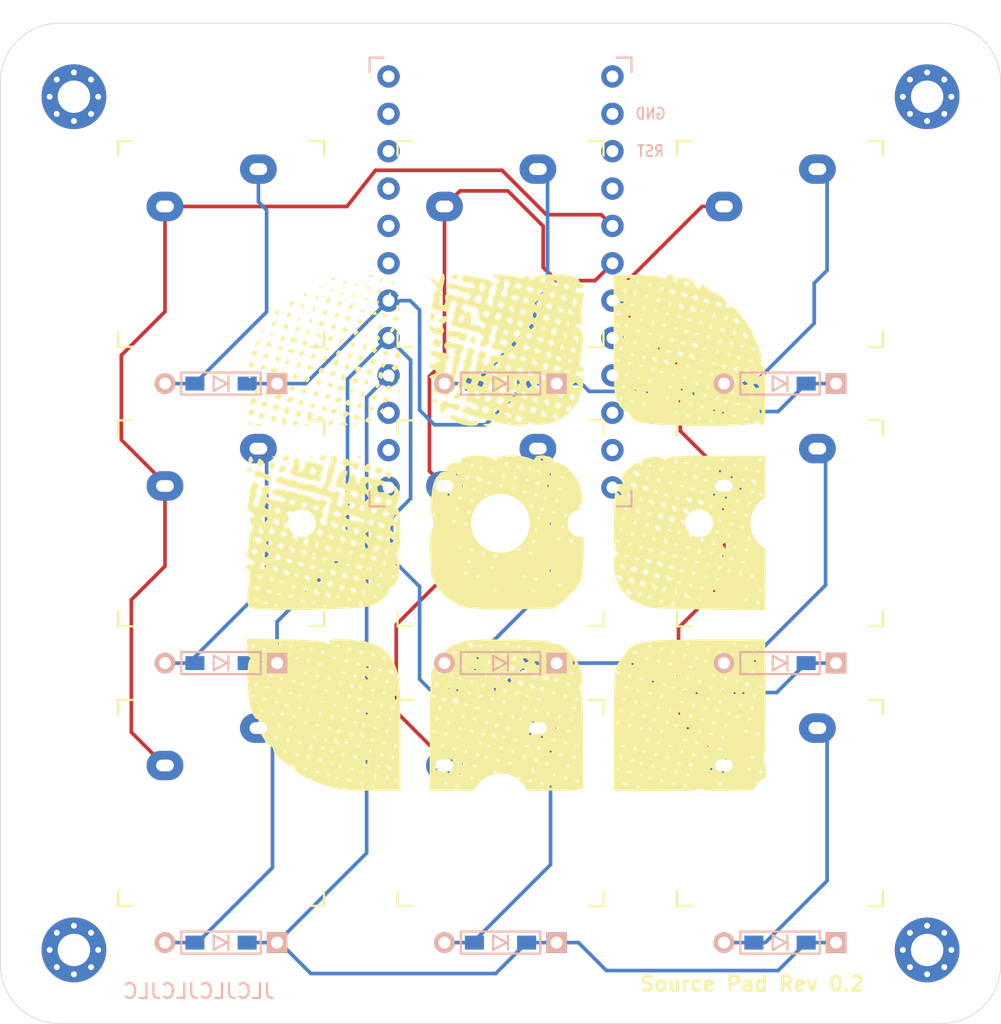
<source format=kicad_pcb>
(kicad_pcb (version 20171130) (host pcbnew 5.1.6-1.fc32)
  (layers (0 F.Cu signal) (31 B.Cu signal) (34 B.Paste user) (35 F.Paste user) (36 B.SilkS user) (37 F.SilkS user) (38 B.Mask user) (39 F.Mask user) (44 Edge.Cuts user))
  (net 0 "")
  (net 1 "Net-(D1-Pad2)")
  (net 2 row0)
  (net 3 "Net-(D2-Pad2)")
  (net 4 row1)
  (net 5 row2)
  (net 6 "Net-(D3-Pad2)")
  (net 7 "Net-(D4-Pad2)")
  (net 8 "Net-(D5-Pad2)")
  (net 9 "Net-(D6-Pad2)")
  (net 10 "Net-(D7-Pad2)")
  (net 11 "Net-(D8-Pad2)")
  (net 12 "Net-(D9-Pad2)")
  (net 13 col0)
  (net 14 col1)
  (net 15 col2)
  (net 16 "Net-(U1-Pad1)")
  (net 17 "Net-(U1-Pad2)")
  (net 18 "Net-(U1-Pad3)")
  (net 19 "Net-(U1-Pad4)")
  (net 20 "Net-(U1-Pad5)")
  (net 21 "Net-(U1-Pad6)")
  (net 22 "Net-(U1-Pad10)")
  (net 23 "Net-(U1-Pad11)")
  (net 24 "Net-(U1-Pad12)")
  (net 25 "Net-(U1-Pad13)")
  (net 26 "Net-(U1-Pad14)")
  (net 27 "Net-(U1-Pad15)")
  (net 28 "Net-(U1-Pad16)")
  (net 29 "Net-(U1-Pad17)")
  (net 30 "Net-(U1-Pad21)")
  (net 31 "Net-(U1-Pad22)")
  (net 32 "Net-(U1-Pad23)")
  (net 33 "Net-(U1-Pad24)")
  (module kbd:source_logo_small (layer F.Cu) (at 119.53125 119.53125)
    (fp_text reference G*** hide)
    (fp_text value LOGO hide)
  )
  (module MountingHole:MountingHole_2.2mm_M2_Pad_Via (layer F.Cu) (at 90 148)
    (fp_text reference REF** hide)
    (fp_text value MountingHole_2.2mm_M2_Pad_Via hide)
    (pad 1 thru_hole circle (at 1.166726 -1.166726) (size 0.7 0.7) (drill 0.4) (layers *.Cu *.Mask))
    (pad 1 thru_hole circle (at 0 -1.65) (size 0.7 0.7) (drill 0.4) (layers *.Cu *.Mask))
    (pad 1 thru_hole circle (at -1.166726 -1.166726) (size 0.7 0.7) (drill 0.4) (layers *.Cu *.Mask))
    (pad 1 thru_hole circle (at -1.65 0) (size 0.7 0.7) (drill 0.4) (layers *.Cu *.Mask))
    (pad 1 thru_hole circle (at -1.166726 1.166726) (size 0.7 0.7) (drill 0.4) (layers *.Cu *.Mask))
    (pad 1 thru_hole circle (at 0 1.65) (size 0.7 0.7) (drill 0.4) (layers *.Cu *.Mask))
    (pad 1 thru_hole circle (at 1.166726 1.166726) (size 0.7 0.7) (drill 0.4) (layers *.Cu *.Mask))
    (pad 1 thru_hole circle (at 1.65 0) (size 0.7 0.7) (drill 0.4) (layers *.Cu *.Mask))
    (pad 1 thru_hole circle (at 0 0) (size 4.4 4.4) (drill 2.2) (layers *.Cu *.Mask))
  )
  (module MountingHole:MountingHole_2.2mm_M2_Pad_Via (layer F.Cu) (at 148 148)
    (fp_text reference REF** hide)
    (fp_text value MountingHole_2.2mm_M2_Pad_Via hide)
    (pad 1 thru_hole circle (at 1.166726 -1.166726) (size 0.7 0.7) (drill 0.4) (layers *.Cu *.Mask))
    (pad 1 thru_hole circle (at 0 -1.65) (size 0.7 0.7) (drill 0.4) (layers *.Cu *.Mask))
    (pad 1 thru_hole circle (at -1.166726 -1.166726) (size 0.7 0.7) (drill 0.4) (layers *.Cu *.Mask))
    (pad 1 thru_hole circle (at -1.65 0) (size 0.7 0.7) (drill 0.4) (layers *.Cu *.Mask))
    (pad 1 thru_hole circle (at -1.166726 1.166726) (size 0.7 0.7) (drill 0.4) (layers *.Cu *.Mask))
    (pad 1 thru_hole circle (at 0 1.65) (size 0.7 0.7) (drill 0.4) (layers *.Cu *.Mask))
    (pad 1 thru_hole circle (at 1.166726 1.166726) (size 0.7 0.7) (drill 0.4) (layers *.Cu *.Mask))
    (pad 1 thru_hole circle (at 1.65 0) (size 0.7 0.7) (drill 0.4) (layers *.Cu *.Mask))
    (pad 1 thru_hole circle (at 0 0) (size 4.4 4.4) (drill 2.2) (layers *.Cu *.Mask))
  )
  (module MountingHole:MountingHole_2.2mm_M2_Pad_Via (layer F.Cu) (at 148 90)
    (fp_text reference REF** hide)
    (fp_text value MountingHole_2.2mm_M2_Pad_Via hide)
    (pad 1 thru_hole circle (at 1.166726 -1.166726) (size 0.7 0.7) (drill 0.4) (layers *.Cu *.Mask))
    (pad 1 thru_hole circle (at 0 -1.65) (size 0.7 0.7) (drill 0.4) (layers *.Cu *.Mask))
    (pad 1 thru_hole circle (at -1.166726 -1.166726) (size 0.7 0.7) (drill 0.4) (layers *.Cu *.Mask))
    (pad 1 thru_hole circle (at -1.65 0) (size 0.7 0.7) (drill 0.4) (layers *.Cu *.Mask))
    (pad 1 thru_hole circle (at -1.166726 1.166726) (size 0.7 0.7) (drill 0.4) (layers *.Cu *.Mask))
    (pad 1 thru_hole circle (at 0 1.65) (size 0.7 0.7) (drill 0.4) (layers *.Cu *.Mask))
    (pad 1 thru_hole circle (at 1.166726 1.166726) (size 0.7 0.7) (drill 0.4) (layers *.Cu *.Mask))
    (pad 1 thru_hole circle (at 1.65 0) (size 0.7 0.7) (drill 0.4) (layers *.Cu *.Mask))
    (pad 1 thru_hole circle (at 0 0) (size 4.4 4.4) (drill 2.2) (layers *.Cu *.Mask))
  )
  (module MountingHole:MountingHole_2.2mm_M2_Pad_Via (layer F.Cu) (at 90 90)
    (fp_text reference REF** hide)
    (fp_text value MountingHole_2.2mm_M2_Pad_Via hide)
    (pad 1 thru_hole circle (at 1.166726 -1.166726) (size 0.7 0.7) (drill 0.4) (layers *.Cu *.Mask))
    (pad 1 thru_hole circle (at 0 -1.65) (size 0.7 0.7) (drill 0.4) (layers *.Cu *.Mask))
    (pad 1 thru_hole circle (at -1.166726 -1.166726) (size 0.7 0.7) (drill 0.4) (layers *.Cu *.Mask))
    (pad 1 thru_hole circle (at -1.65 0) (size 0.7 0.7) (drill 0.4) (layers *.Cu *.Mask))
    (pad 1 thru_hole circle (at -1.166726 1.166726) (size 0.7 0.7) (drill 0.4) (layers *.Cu *.Mask))
    (pad 1 thru_hole circle (at 0 1.65) (size 0.7 0.7) (drill 0.4) (layers *.Cu *.Mask))
    (pad 1 thru_hole circle (at 1.166726 1.166726) (size 0.7 0.7) (drill 0.4) (layers *.Cu *.Mask))
    (pad 1 thru_hole circle (at 1.65 0) (size 0.7 0.7) (drill 0.4) (layers *.Cu *.Mask))
    (pad 1 thru_hole circle (at 0 0) (size 4.4 4.4) (drill 2.2) (layers *.Cu *.Mask))
  )
  (module kbd:D3_TH_SMD_SINGLE_SIDE (layer B.Cu) (at 100 109.5 180)
    (fp_text reference D1 hide)
    (fp_text value 1N4148W hide)
    (pad 2 smd rect (at 1.775 0 180) (size 1.3 0.95) (layers B.Cu B.Paste B.Mask) (net 1 "Net-(D1-Pad2)"))
    (pad 2 thru_hole circle (at 3.81 0 180) (size 1.397 1.397) (drill 0.8128) (layers *.Cu *.Mask B.SilkS) (net 1 "Net-(D1-Pad2)"))
    (pad 1 thru_hole rect (at -3.81 0 180) (size 1.397 1.397) (drill 0.8128) (layers *.Cu *.Mask B.SilkS) (net 2 row0))
    (pad 1 smd rect (at -1.775 0 180) (size 1.3 0.95) (layers B.Cu B.Paste B.Mask) (net 2 row0))
  )
  (module kbd:D3_TH_SMD_SINGLE_SIDE (layer B.Cu) (at 100 128.5 180)
    (fp_text reference D2 hide)
    (fp_text value 1N4148W hide)
    (pad 2 smd rect (at 1.775 0 180) (size 1.3 0.95) (layers B.Cu B.Paste B.Mask) (net 3 "Net-(D2-Pad2)"))
    (pad 2 thru_hole circle (at 3.81 0 180) (size 1.397 1.397) (drill 0.8128) (layers *.Cu *.Mask B.SilkS) (net 3 "Net-(D2-Pad2)"))
    (pad 1 thru_hole rect (at -3.81 0 180) (size 1.397 1.397) (drill 0.8128) (layers *.Cu *.Mask B.SilkS) (net 4 row1))
    (pad 1 smd rect (at -1.775 0 180) (size 1.3 0.95) (layers B.Cu B.Paste B.Mask) (net 4 row1))
  )
  (module kbd:D3_TH_SMD_SINGLE_SIDE (layer B.Cu) (at 100 147.5 180)
    (fp_text reference D3 hide)
    (fp_text value 1N4148W hide)
    (pad 1 smd rect (at -1.775 0 180) (size 1.3 0.95) (layers B.Cu B.Paste B.Mask) (net 5 row2))
    (pad 1 thru_hole rect (at -3.81 0 180) (size 1.397 1.397) (drill 0.8128) (layers *.Cu *.Mask B.SilkS) (net 5 row2))
    (pad 2 thru_hole circle (at 3.81 0 180) (size 1.397 1.397) (drill 0.8128) (layers *.Cu *.Mask B.SilkS) (net 6 "Net-(D3-Pad2)"))
    (pad 2 smd rect (at 1.775 0 180) (size 1.3 0.95) (layers B.Cu B.Paste B.Mask) (net 6 "Net-(D3-Pad2)"))
  )
  (module kbd:D3_TH_SMD_SINGLE_SIDE (layer B.Cu) (at 119 109.5 180)
    (fp_text reference D4 hide)
    (fp_text value 1N4148W hide)
    (pad 1 smd rect (at -1.775 0 180) (size 1.3 0.95) (layers B.Cu B.Paste B.Mask) (net 2 row0))
    (pad 1 thru_hole rect (at -3.81 0 180) (size 1.397 1.397) (drill 0.8128) (layers *.Cu *.Mask B.SilkS) (net 2 row0))
    (pad 2 thru_hole circle (at 3.81 0 180) (size 1.397 1.397) (drill 0.8128) (layers *.Cu *.Mask B.SilkS) (net 7 "Net-(D4-Pad2)"))
    (pad 2 smd rect (at 1.775 0 180) (size 1.3 0.95) (layers B.Cu B.Paste B.Mask) (net 7 "Net-(D4-Pad2)"))
  )
  (module kbd:D3_TH_SMD_SINGLE_SIDE (layer B.Cu) (at 119 128.5 180)
    (fp_text reference D5 hide)
    (fp_text value 1N4148W hide)
    (pad 1 smd rect (at -1.775 0 180) (size 1.3 0.95) (layers B.Cu B.Paste B.Mask) (net 4 row1))
    (pad 1 thru_hole rect (at -3.81 0 180) (size 1.397 1.397) (drill 0.8128) (layers *.Cu *.Mask B.SilkS) (net 4 row1))
    (pad 2 thru_hole circle (at 3.81 0 180) (size 1.397 1.397) (drill 0.8128) (layers *.Cu *.Mask B.SilkS) (net 8 "Net-(D5-Pad2)"))
    (pad 2 smd rect (at 1.775 0 180) (size 1.3 0.95) (layers B.Cu B.Paste B.Mask) (net 8 "Net-(D5-Pad2)"))
  )
  (module kbd:D3_TH_SMD_SINGLE_SIDE (layer B.Cu) (at 119 147.5 180)
    (fp_text reference D6 hide)
    (fp_text value 1N4148W hide)
    (pad 2 smd rect (at 1.775 0 180) (size 1.3 0.95) (layers B.Cu B.Paste B.Mask) (net 9 "Net-(D6-Pad2)"))
    (pad 2 thru_hole circle (at 3.81 0 180) (size 1.397 1.397) (drill 0.8128) (layers *.Cu *.Mask B.SilkS) (net 9 "Net-(D6-Pad2)"))
    (pad 1 thru_hole rect (at -3.81 0 180) (size 1.397 1.397) (drill 0.8128) (layers *.Cu *.Mask B.SilkS) (net 5 row2))
    (pad 1 smd rect (at -1.775 0 180) (size 1.3 0.95) (layers B.Cu B.Paste B.Mask) (net 5 row2))
  )
  (module kbd:D3_TH_SMD_SINGLE_SIDE (layer B.Cu) (at 138 109.5 180)
    (fp_text reference D7 hide)
    (fp_text value 1N4148W hide)
    (pad 2 smd rect (at 1.775 0 180) (size 1.3 0.95) (layers B.Cu B.Paste B.Mask) (net 10 "Net-(D7-Pad2)"))
    (pad 2 thru_hole circle (at 3.81 0 180) (size 1.397 1.397) (drill 0.8128) (layers *.Cu *.Mask B.SilkS) (net 10 "Net-(D7-Pad2)"))
    (pad 1 thru_hole rect (at -3.81 0 180) (size 1.397 1.397) (drill 0.8128) (layers *.Cu *.Mask B.SilkS) (net 2 row0))
    (pad 1 smd rect (at -1.775 0 180) (size 1.3 0.95) (layers B.Cu B.Paste B.Mask) (net 2 row0))
  )
  (module kbd:D3_TH_SMD_SINGLE_SIDE (layer B.Cu) (at 138 128.5 180)
    (fp_text reference D8 hide)
    (fp_text value 1N4148W hide)
    (pad 1 smd rect (at -1.775 0 180) (size 1.3 0.95) (layers B.Cu B.Paste B.Mask) (net 4 row1))
    (pad 1 thru_hole rect (at -3.81 0 180) (size 1.397 1.397) (drill 0.8128) (layers *.Cu *.Mask B.SilkS) (net 4 row1))
    (pad 2 thru_hole circle (at 3.81 0 180) (size 1.397 1.397) (drill 0.8128) (layers *.Cu *.Mask B.SilkS) (net 11 "Net-(D8-Pad2)"))
    (pad 2 smd rect (at 1.775 0 180) (size 1.3 0.95) (layers B.Cu B.Paste B.Mask) (net 11 "Net-(D8-Pad2)"))
  )
  (module kbd:D3_TH_SMD_SINGLE_SIDE (layer B.Cu) (at 138 147.5 180)
    (fp_text reference D9 hide)
    (fp_text value 1N4148W hide)
    (pad 1 smd rect (at -1.775 0 180) (size 1.3 0.95) (layers B.Cu B.Paste B.Mask) (net 5 row2))
    (pad 1 thru_hole rect (at -3.81 0 180) (size 1.397 1.397) (drill 0.8128) (layers *.Cu *.Mask B.SilkS) (net 5 row2))
    (pad 2 thru_hole circle (at 3.81 0 180) (size 1.397 1.397) (drill 0.8128) (layers *.Cu *.Mask B.SilkS) (net 12 "Net-(D9-Pad2)"))
    (pad 2 smd rect (at 1.775 0 180) (size 1.3 0.95) (layers B.Cu B.Paste B.Mask) (net 12 "Net-(D9-Pad2)"))
  )
  (module kbd:ProMicro_v3.5_fix (layer B.Cu) (at 119 103.1 180)
    (fp_text reference U1 hide)
    (fp_text value ProMicro-kbd hide)
    (fp_text user RST (at -10.195 9.4 unlocked) (layer B.SilkS) (effects (font (size 0.75 0.67) (thickness 0.125)) (justify mirror)))
    (fp_text user GND (at -10.195 11.95 unlocked) (layer B.SilkS) (effects (font (size 0.75 0.67) (thickness 0.125)) (justify mirror)))
    (fp_text user "" (at -0.545 17.4) (layer B.SilkS) (effects (justify mirror)))
    (fp_text user "" (at -1.2515 16.256) (layer F.SilkS))
    (pad 1 thru_hole circle (at 7.6114 14.478 180) (size 1.524 1.524) (drill 0.8128) (layers *.Cu *.Mask) (net 16 "Net-(U1-Pad1)"))
    (pad 2 thru_hole circle (at 7.6114 11.938 180) (size 1.524 1.524) (drill 0.8128) (layers *.Cu *.Mask) (net 17 "Net-(U1-Pad2)"))
    (pad 3 thru_hole circle (at 7.6114 9.398 180) (size 1.524 1.524) (drill 0.8128) (layers *.Cu *.Mask) (net 18 "Net-(U1-Pad3)"))
    (pad 4 thru_hole circle (at 7.6114 6.858 180) (size 1.524 1.524) (drill 0.8128) (layers *.Cu *.Mask) (net 19 "Net-(U1-Pad4)"))
    (pad 5 thru_hole circle (at 7.6114 4.318 180) (size 1.524 1.524) (drill 0.8128) (layers *.Cu *.Mask) (net 20 "Net-(U1-Pad5)"))
    (pad 6 thru_hole circle (at 7.6114 1.778 180) (size 1.524 1.524) (drill 0.8128) (layers *.Cu *.Mask) (net 21 "Net-(U1-Pad6)"))
    (pad 7 thru_hole circle (at 7.6114 -0.762 180) (size 1.524 1.524) (drill 0.8128) (layers *.Cu *.Mask) (net 2 row0))
    (pad 8 thru_hole circle (at 7.6114 -3.302 180) (size 1.524 1.524) (drill 0.8128) (layers *.Cu *.Mask) (net 4 row1))
    (pad 9 thru_hole circle (at 7.6114 -5.842 180) (size 1.524 1.524) (drill 0.8128) (layers *.Cu *.Mask) (net 5 row2))
    (pad 10 thru_hole circle (at 7.6114 -8.382 180) (size 1.524 1.524) (drill 0.8128) (layers *.Cu *.Mask) (net 22 "Net-(U1-Pad10)"))
    (pad 11 thru_hole circle (at 7.6114 -10.922 180) (size 1.524 1.524) (drill 0.8128) (layers *.Cu *.Mask) (net 23 "Net-(U1-Pad11)"))
    (pad 12 thru_hole circle (at 7.6114 -13.462 180) (size 1.524 1.524) (drill 0.8128) (layers *.Cu *.Mask) (net 24 "Net-(U1-Pad12)"))
    (pad 13 thru_hole circle (at -7.6086 -13.462 180) (size 1.524 1.524) (drill 0.8128) (layers *.Cu *.Mask) (net 25 "Net-(U1-Pad13)"))
    (pad 14 thru_hole circle (at -7.6086 -10.922 180) (size 1.524 1.524) (drill 0.8128) (layers *.Cu *.Mask) (net 26 "Net-(U1-Pad14)"))
    (pad 15 thru_hole circle (at -7.6086 -8.382 180) (size 1.524 1.524) (drill 0.8128) (layers *.Cu *.Mask) (net 27 "Net-(U1-Pad15)"))
    (pad 16 thru_hole circle (at -7.6086 -5.842 180) (size 1.524 1.524) (drill 0.8128) (layers *.Cu *.Mask) (net 28 "Net-(U1-Pad16)"))
    (pad 17 thru_hole circle (at -7.6086 -3.302 180) (size 1.524 1.524) (drill 0.8128) (layers *.Cu *.Mask) (net 29 "Net-(U1-Pad17)"))
    (pad 18 thru_hole circle (at -7.6086 -0.762 180) (size 1.524 1.524) (drill 0.8128) (layers *.Cu *.Mask) (net 15 col2))
    (pad 19 thru_hole circle (at -7.6086 1.778 180) (size 1.524 1.524) (drill 0.8128) (layers *.Cu *.Mask) (net 14 col1))
    (pad 20 thru_hole circle (at -7.6086 4.318 180) (size 1.524 1.524) (drill 0.8128) (layers *.Cu *.Mask) (net 13 col0))
    (pad 21 thru_hole circle (at -7.6086 6.858 180) (size 1.524 1.524) (drill 0.8128) (layers *.Cu *.Mask) (net 30 "Net-(U1-Pad21)"))
    (pad 22 thru_hole circle (at -7.6086 9.398 180) (size 1.524 1.524) (drill 0.8128) (layers *.Cu *.Mask) (net 31 "Net-(U1-Pad22)"))
    (pad 23 thru_hole circle (at -7.6086 11.938 180) (size 1.524 1.524) (drill 0.8128) (layers *.Cu *.Mask) (net 32 "Net-(U1-Pad23)"))
    (pad 24 thru_hole circle (at -7.6086 14.478 180) (size 1.524 1.524) (drill 0.8128) (layers *.Cu *.Mask) (net 33 "Net-(U1-Pad24)"))
  )
  (module kbd:CherryMX_1u_fix (layer F.Cu) (at 100 100)
    (fp_text reference SW1 hide)
    (fp_text value SW_PUSH hide)
    (pad 1 thru_hole oval (at -3.81 -2.54) (size 2.5 2) (drill oval 1.2 0.8) (layers *.Cu *.Mask) (net 13 col0))
    (pad 2 thru_hole oval (at 2.54 -5.08) (size 2.5 2) (drill oval 1.2 0.8) (layers *.Cu *.Mask) (net 1 "Net-(D1-Pad2)"))
    (pad "" np_thru_hole circle (at 5.5 0 90) (size 1.9 1.9) (drill 1.9) (layers *.Cu *.Mask))
    (pad "" np_thru_hole circle (at -5.5 0 90) (size 1.9 1.9) (drill 1.9) (layers *.Cu *.Mask))
    (pad "" np_thru_hole circle (at 0 0 90) (size 4 4) (drill 4) (layers *.Cu *.Mask))
  )
  (module kbd:CherryMX_1u_fix (layer F.Cu) (at 100 119)
    (fp_text reference SW2 hide)
    (fp_text value SW_PUSH hide)
    (pad "" np_thru_hole circle (at 0 0 90) (size 4 4) (drill 4) (layers *.Cu *.Mask))
    (pad "" np_thru_hole circle (at -5.5 0 90) (size 1.9 1.9) (drill 1.9) (layers *.Cu *.Mask))
    (pad "" np_thru_hole circle (at 5.5 0 90) (size 1.9 1.9) (drill 1.9) (layers *.Cu *.Mask))
    (pad 2 thru_hole oval (at 2.54 -5.08) (size 2.5 2) (drill oval 1.2 0.8) (layers *.Cu *.Mask) (net 3 "Net-(D2-Pad2)"))
    (pad 1 thru_hole oval (at -3.81 -2.54) (size 2.5 2) (drill oval 1.2 0.8) (layers *.Cu *.Mask) (net 13 col0))
  )
  (module kbd:CherryMX_1u_fix (layer F.Cu) (at 100 138)
    (fp_text reference SW3 hide)
    (fp_text value SW_PUSH hide)
    (pad "" np_thru_hole circle (at 0 0 90) (size 4 4) (drill 4) (layers *.Cu *.Mask))
    (pad "" np_thru_hole circle (at -5.5 0 90) (size 1.9 1.9) (drill 1.9) (layers *.Cu *.Mask))
    (pad "" np_thru_hole circle (at 5.5 0 90) (size 1.9 1.9) (drill 1.9) (layers *.Cu *.Mask))
    (pad 2 thru_hole oval (at 2.54 -5.08) (size 2.5 2) (drill oval 1.2 0.8) (layers *.Cu *.Mask) (net 6 "Net-(D3-Pad2)"))
    (pad 1 thru_hole oval (at -3.81 -2.54) (size 2.5 2) (drill oval 1.2 0.8) (layers *.Cu *.Mask) (net 13 col0))
  )
  (module kbd:CherryMX_1u_fix (layer F.Cu) (at 119 100)
    (fp_text reference SW4 hide)
    (fp_text value SW_PUSH hide)
    (pad 1 thru_hole oval (at -3.81 -2.54) (size 2.5 2) (drill oval 1.2 0.8) (layers *.Cu *.Mask) (net 14 col1))
    (pad 2 thru_hole oval (at 2.54 -5.08) (size 2.5 2) (drill oval 1.2 0.8) (layers *.Cu *.Mask) (net 7 "Net-(D4-Pad2)"))
    (pad "" np_thru_hole circle (at 5.5 0 90) (size 1.9 1.9) (drill 1.9) (layers *.Cu *.Mask))
    (pad "" np_thru_hole circle (at -5.5 0 90) (size 1.9 1.9) (drill 1.9) (layers *.Cu *.Mask))
    (pad "" np_thru_hole circle (at 0 0 90) (size 4 4) (drill 4) (layers *.Cu *.Mask))
  )
  (module kbd:CherryMX_1u_fix (layer F.Cu) (at 119 119)
    (fp_text reference SW5 hide)
    (fp_text value SW_PUSH hide)
    (pad "" np_thru_hole circle (at 0 0 90) (size 4 4) (drill 4) (layers *.Cu *.Mask))
    (pad "" np_thru_hole circle (at -5.5 0 90) (size 1.9 1.9) (drill 1.9) (layers *.Cu *.Mask))
    (pad "" np_thru_hole circle (at 5.5 0 90) (size 1.9 1.9) (drill 1.9) (layers *.Cu *.Mask))
    (pad 2 thru_hole oval (at 2.54 -5.08) (size 2.5 2) (drill oval 1.2 0.8) (layers *.Cu *.Mask) (net 8 "Net-(D5-Pad2)"))
    (pad 1 thru_hole oval (at -3.81 -2.54) (size 2.5 2) (drill oval 1.2 0.8) (layers *.Cu *.Mask) (net 14 col1))
  )
  (module kbd:CherryMX_1u_fix (layer F.Cu) (at 119 138)
    (fp_text reference SW6 hide)
    (fp_text value SW_PUSH hide)
    (pad "" np_thru_hole circle (at 0 0 90) (size 4 4) (drill 4) (layers *.Cu *.Mask))
    (pad "" np_thru_hole circle (at -5.5 0 90) (size 1.9 1.9) (drill 1.9) (layers *.Cu *.Mask))
    (pad "" np_thru_hole circle (at 5.5 0 90) (size 1.9 1.9) (drill 1.9) (layers *.Cu *.Mask))
    (pad 2 thru_hole oval (at 2.54 -5.08) (size 2.5 2) (drill oval 1.2 0.8) (layers *.Cu *.Mask) (net 9 "Net-(D6-Pad2)"))
    (pad 1 thru_hole oval (at -3.81 -2.54) (size 2.5 2) (drill oval 1.2 0.8) (layers *.Cu *.Mask) (net 14 col1))
  )
  (module kbd:CherryMX_1u_fix (layer F.Cu) (at 138 100)
    (fp_text reference SW7 hide)
    (fp_text value SW_PUSH hide)
    (pad "" np_thru_hole circle (at 0 0 90) (size 4 4) (drill 4) (layers *.Cu *.Mask))
    (pad "" np_thru_hole circle (at -5.5 0 90) (size 1.9 1.9) (drill 1.9) (layers *.Cu *.Mask))
    (pad "" np_thru_hole circle (at 5.5 0 90) (size 1.9 1.9) (drill 1.9) (layers *.Cu *.Mask))
    (pad 2 thru_hole oval (at 2.54 -5.08) (size 2.5 2) (drill oval 1.2 0.8) (layers *.Cu *.Mask) (net 10 "Net-(D7-Pad2)"))
    (pad 1 thru_hole oval (at -3.81 -2.54) (size 2.5 2) (drill oval 1.2 0.8) (layers *.Cu *.Mask) (net 15 col2))
  )
  (module kbd:CherryMX_1u_fix (layer F.Cu) (at 138 119)
    (fp_text reference SW8 hide)
    (fp_text value SW_PUSH hide)
    (pad 1 thru_hole oval (at -3.81 -2.54) (size 2.5 2) (drill oval 1.2 0.8) (layers *.Cu *.Mask) (net 15 col2))
    (pad 2 thru_hole oval (at 2.54 -5.08) (size 2.5 2) (drill oval 1.2 0.8) (layers *.Cu *.Mask) (net 11 "Net-(D8-Pad2)"))
    (pad "" np_thru_hole circle (at 5.5 0 90) (size 1.9 1.9) (drill 1.9) (layers *.Cu *.Mask))
    (pad "" np_thru_hole circle (at -5.5 0 90) (size 1.9 1.9) (drill 1.9) (layers *.Cu *.Mask))
    (pad "" np_thru_hole circle (at 0 0 90) (size 4 4) (drill 4) (layers *.Cu *.Mask))
  )
  (module kbd:CherryMX_1u_fix (layer F.Cu) (at 138 138)
    (fp_text reference SW9 hide)
    (fp_text value SW_PUSH hide)
    (pad 1 thru_hole oval (at -3.81 -2.54) (size 2.5 2) (drill oval 1.2 0.8) (layers *.Cu *.Mask) (net 15 col2))
    (pad 2 thru_hole oval (at 2.54 -5.08) (size 2.5 2) (drill oval 1.2 0.8) (layers *.Cu *.Mask) (net 12 "Net-(D9-Pad2)"))
    (pad "" np_thru_hole circle (at 5.5 0 90) (size 1.9 1.9) (drill 1.9) (layers *.Cu *.Mask))
    (pad "" np_thru_hole circle (at -5.5 0 90) (size 1.9 1.9) (drill 1.9) (layers *.Cu *.Mask))
    (pad "" np_thru_hole circle (at 0 0 90) (size 4 4) (drill 4) (layers *.Cu *.Mask))
  )
  (gr_text JLCJLCJLCJLC (at 98.5 150.8) (layer B.SilkS) (effects (font (size 1 1)) (justify mirror)))
  (gr_line (start 85 149) (end 85 89) (layer Edge.Cuts) (width 0.05))
  (gr_line (start 149 153) (end 89 153) (layer Edge.Cuts) (width 0.05))
  (gr_line (start 153 89) (end 153 149) (layer Edge.Cuts) (width 0.05))
  (gr_line (start 89 85) (end 149 85) (layer Edge.Cuts) (width 0.05))
  (gr_arc (start 89 89) (end 89 85) (angle -90) (layer Edge.Cuts) (width 0.05))
  (gr_arc (start 89 149) (end 85 149) (angle -90) (layer Edge.Cuts) (width 0.05))
  (gr_arc (start 149 149) (end 149 153) (angle -90) (layer Edge.Cuts) (width 0.05))
  (gr_arc (start 149 89) (end 153 89) (angle -90) (layer Edge.Cuts) (width 0.05))
  (gr_text "Source Pad Rev 0.2" (at 136.1 150.3) (layer F.SilkS) (effects (font (size 1 1) (thickness 0.1875))))
  (segment (start 96.19 109.5) (end 98.225 109.5) (width 0.25) (layer B.Cu) (net 1))
  (segment (start 102.54 94.92) (end 102.54 97.14) (width 0.25) (layer B.Cu) (net 1))
  (segment (start 102.54 97.14) (end 103.1 97.7) (width 0.25) (layer B.Cu) (net 1))
  (segment (start 103.1 104.625) (end 98.225 109.5) (width 0.25) (layer B.Cu) (net 1))
  (segment (start 103.1 97.7) (end 103.1 104.625) (width 0.25) (layer B.Cu) (net 1))
  (segment (start 101.775 109.5) (end 103.81 109.5) (width 0.25) (layer B.Cu) (net 2))
  (segment (start 105.7506 109.5) (end 111.3886 103.862) (width 0.25) (layer B.Cu) (net 2))
  (segment (start 103.81 109.5) (end 105.7506 109.5) (width 0.25) (layer B.Cu) (net 2))
  (segment (start 111.3886 103.862) (end 112.862 103.862) (width 0.25) (layer B.Cu) (net 2))
  (segment (start 112.862 103.862) (end 113.5 104.5) (width 0.25) (layer B.Cu) (net 2))
  (segment (start 113.5 104.5) (end 113.5 111.3) (width 0.25) (layer B.Cu) (net 2))
  (segment (start 113.5 111.3) (end 114.5 112.3) (width 0.25) (layer B.Cu) (net 2))
  (segment (start 117.975 112.3) (end 120.775 109.5) (width 0.25) (layer B.Cu) (net 2))
  (segment (start 114.5 112.3) (end 117.975 112.3) (width 0.25) (layer B.Cu) (net 2))
  (segment (start 120.775 109.5) (end 122.81 109.5) (width 0.25) (layer B.Cu) (net 2))
  (segment (start 122.81 109.5) (end 124.5 109.5) (width 0.25) (layer B.Cu) (net 2))
  (segment (start 125.029001 110.029001) (end 132.029001 110.029001) (width 0.25) (layer B.Cu) (net 2))
  (segment (start 124.5 109.5) (end 125.029001 110.029001) (width 0.25) (layer B.Cu) (net 2))
  (segment (start 132.029001 110.029001) (end 133.4 111.4) (width 0.25) (layer B.Cu) (net 2))
  (segment (start 137.875 111.4) (end 139.775 109.5) (width 0.25) (layer B.Cu) (net 2))
  (segment (start 133.4 111.4) (end 137.875 111.4) (width 0.25) (layer B.Cu) (net 2))
  (segment (start 139.775 109.5) (end 141.81 109.5) (width 0.25) (layer B.Cu) (net 2))
  (segment (start 96.19 128.5) (end 98.225 128.5) (width 0.25) (layer B.Cu) (net 3))
  (segment (start 98.225 128.5) (end 98.225 128.075) (width 0.25) (layer B.Cu) (net 3))
  (segment (start 98.225 128.075) (end 103.1 123.2) (width 0.25) (layer B.Cu) (net 3))
  (segment (start 103.1 114.48) (end 102.54 113.92) (width 0.25) (layer B.Cu) (net 3))
  (segment (start 103.1 123.2) (end 103.1 114.48) (width 0.25) (layer B.Cu) (net 3))
  (segment (start 101.775 128.5) (end 103.81 128.5) (width 0.25) (layer B.Cu) (net 4))
  (segment (start 103.81 128.5) (end 103.81 125.69) (width 0.25) (layer B.Cu) (net 4))
  (segment (start 103.81 125.69) (end 108.6 120.9) (width 0.25) (layer B.Cu) (net 4))
  (segment (start 108.6 109.1906) (end 111.3886 106.402) (width 0.25) (layer B.Cu) (net 4))
  (segment (start 108.6 120.9) (end 108.6 109.1906) (width 0.25) (layer B.Cu) (net 4))
  (segment (start 103.81 128.5) (end 104.1 128.5) (width 0.25) (layer B.Cu) (net 4))
  (segment (start 120.775 128.5) (end 122.81 128.5) (width 0.25) (layer B.Cu) (net 4))
  (segment (start 122.81 128.5) (end 128 128.5) (width 0.25) (layer B.Cu) (net 4))
  (segment (start 128 128.5) (end 130 130.5) (width 0.25) (layer B.Cu) (net 4))
  (segment (start 137.775 130.5) (end 139.775 128.5) (width 0.25) (layer B.Cu) (net 4))
  (segment (start 130 130.5) (end 137.775 130.5) (width 0.25) (layer B.Cu) (net 4))
  (segment (start 139.775 128.5) (end 141.81 128.5) (width 0.25) (layer B.Cu) (net 4))
  (segment (start 113.5 123.3) (end 113.5 129.6) (width 0.25) (layer B.Cu) (net 4))
  (segment (start 111.6 121.4) (end 113.5 123.3) (width 0.25) (layer B.Cu) (net 4))
  (segment (start 111.6 118.6) (end 111.6 121.4) (width 0.25) (layer B.Cu) (net 4))
  (segment (start 118.975 130.3) (end 120.775 128.5) (width 0.25) (layer B.Cu) (net 4))
  (segment (start 112.887999 117.312001) (end 111.6 118.6) (width 0.25) (layer B.Cu) (net 4))
  (segment (start 113.5 129.6) (end 114.2 130.3) (width 0.25) (layer B.Cu) (net 4))
  (segment (start 112.887999 107.901399) (end 112.887999 117.312001) (width 0.25) (layer B.Cu) (net 4))
  (segment (start 114.2 130.3) (end 118.975 130.3) (width 0.25) (layer B.Cu) (net 4))
  (segment (start 111.3886 106.402) (end 112.887999 107.901399) (width 0.25) (layer B.Cu) (net 4))
  (segment (start 101.775 147.5) (end 103.81 147.5) (width 0.25) (layer B.Cu) (net 5))
  (segment (start 103.81 147.5) (end 104 147.5) (width 0.25) (layer B.Cu) (net 5))
  (segment (start 104 147.5) (end 106.1 149.6) (width 0.25) (layer B.Cu) (net 5))
  (segment (start 118.675 149.6) (end 120.775 147.5) (width 0.25) (layer B.Cu) (net 5))
  (segment (start 106.1 149.6) (end 118.675 149.6) (width 0.25) (layer B.Cu) (net 5))
  (segment (start 120.775 147.5) (end 122.81 147.5) (width 0.25) (layer B.Cu) (net 5))
  (segment (start 122.81 147.5) (end 124.3 147.5) (width 0.25) (layer B.Cu) (net 5))
  (segment (start 124.3 147.5) (end 126.2 149.4) (width 0.25) (layer B.Cu) (net 5))
  (segment (start 137.875 149.4) (end 139.775 147.5) (width 0.25) (layer B.Cu) (net 5))
  (segment (start 126.2 149.4) (end 137.875 149.4) (width 0.25) (layer B.Cu) (net 5))
  (segment (start 139.775 147.5) (end 141.81 147.5) (width 0.25) (layer B.Cu) (net 5))
  (segment (start 103.81 147.5) (end 109.9 141.41) (width 0.25) (layer B.Cu) (net 5))
  (segment (start 109.9 110.4306) (end 111.3886 108.942) (width 0.25) (layer B.Cu) (net 5))
  (segment (start 109.9 141.41) (end 109.9 110.4306) (width 0.25) (layer B.Cu) (net 5))
  (segment (start 96.19 147.5) (end 98.225 147.5) (width 0.25) (layer B.Cu) (net 6))
  (segment (start 98.225 147.5) (end 98.4 147.5) (width 0.25) (layer B.Cu) (net 6))
  (segment (start 98.4 147.5) (end 103.5 142.4) (width 0.25) (layer B.Cu) (net 6))
  (segment (start 103.5 133.88) (end 102.54 132.92) (width 0.25) (layer B.Cu) (net 6))
  (segment (start 103.5 142.4) (end 103.5 133.88) (width 0.25) (layer B.Cu) (net 6))
  (segment (start 115.19 109.5) (end 117.225 109.5) (width 0.25) (layer B.Cu) (net 7))
  (segment (start 121.325001 105.399999) (end 121.325001 103.974999) (width 0.25) (layer B.Cu) (net 7))
  (segment (start 117.225 109.5) (end 121.325001 105.399999) (width 0.25) (layer B.Cu) (net 7))
  (segment (start 121.325001 103.974999) (end 122.2 103.1) (width 0.25) (layer B.Cu) (net 7))
  (segment (start 122.2 95.58) (end 121.54 94.92) (width 0.25) (layer B.Cu) (net 7))
  (segment (start 122.2 103.1) (end 122.2 95.58) (width 0.25) (layer B.Cu) (net 7))
  (segment (start 115.19 128.5) (end 117.225 128.5) (width 0.25) (layer B.Cu) (net 8))
  (segment (start 117.225 128.5) (end 117.225 128.275) (width 0.25) (layer B.Cu) (net 8))
  (segment (start 117.225 128.275) (end 122.3 123.2) (width 0.25) (layer B.Cu) (net 8))
  (segment (start 122.3 114.68) (end 121.54 113.92) (width 0.25) (layer B.Cu) (net 8))
  (segment (start 122.3 123.2) (end 122.3 114.68) (width 0.25) (layer B.Cu) (net 8))
  (segment (start 115.19 147.5) (end 117.225 147.5) (width 0.25) (layer B.Cu) (net 9))
  (segment (start 117.225 147.5) (end 117.225 147.375) (width 0.25) (layer B.Cu) (net 9))
  (segment (start 117.225 147.375) (end 122.4 142.2) (width 0.25) (layer B.Cu) (net 9))
  (segment (start 122.4 133.78) (end 121.54 132.92) (width 0.25) (layer B.Cu) (net 9))
  (segment (start 122.4 142.2) (end 122.4 133.78) (width 0.25) (layer B.Cu) (net 9))
  (segment (start 134.19 109.5) (end 136.225 109.5) (width 0.25) (layer B.Cu) (net 10))
  (segment (start 140.325001 105.399999) (end 140.325001 102.674999) (width 0.25) (layer B.Cu) (net 10))
  (segment (start 136.225 109.5) (end 140.325001 105.399999) (width 0.25) (layer B.Cu) (net 10))
  (segment (start 140.325001 102.674999) (end 141.2 101.8) (width 0.25) (layer B.Cu) (net 10))
  (segment (start 141.2 95.58) (end 140.54 94.92) (width 0.25) (layer B.Cu) (net 10))
  (segment (start 141.2 101.8) (end 141.2 95.58) (width 0.25) (layer B.Cu) (net 10))
  (segment (start 136.225 128.5) (end 136.225 128.075) (width 0.25) (layer B.Cu) (net 11))
  (segment (start 136.225 128.075) (end 141.1 123.2) (width 0.25) (layer B.Cu) (net 11))
  (segment (start 141.1 114.48) (end 140.54 113.92) (width 0.25) (layer B.Cu) (net 11))
  (segment (start 141.1 123.2) (end 141.1 114.48) (width 0.25) (layer B.Cu) (net 11))
  (segment (start 134.19 128.5) (end 136.225 128.5) (width 0.25) (layer B.Cu) (net 11))
  (segment (start 134.19 147.5) (end 136.225 147.5) (width 0.25) (layer B.Cu) (net 12))
  (segment (start 136.225 147.5) (end 136.225 147.375) (width 0.25) (layer B.Cu) (net 12))
  (segment (start 136.225 147.5) (end 137 147.5) (width 0.25) (layer B.Cu) (net 12))
  (segment (start 137 147.5) (end 141.2 143.3) (width 0.25) (layer B.Cu) (net 12))
  (segment (start 141.2 133.58) (end 140.54 132.92) (width 0.25) (layer B.Cu) (net 12))
  (segment (start 141.2 143.3) (end 141.2 133.58) (width 0.25) (layer B.Cu) (net 12))
  (segment (start 126.551599 98.724999) (end 126.6086 98.782) (width 0.25) (layer F.Cu) (net 13))
  (segment (start 96.19 97.46) (end 96.19 104.61) (width 0.25) (layer F.Cu) (net 13))
  (segment (start 93.224999 107.575001) (end 93.224999 113.324999) (width 0.25) (layer F.Cu) (net 13))
  (segment (start 96.19 104.61) (end 93.224999 107.575001) (width 0.25) (layer F.Cu) (net 13))
  (segment (start 96.19 116.29) (end 96.19 116.46) (width 0.25) (layer F.Cu) (net 13))
  (segment (start 93.224999 113.324999) (end 96.19 116.29) (width 0.25) (layer F.Cu) (net 13))
  (segment (start 108.561838 97.46) (end 110.5 95) (width 0.25) (layer F.Cu) (net 13))
  (segment (start 96.19 97.46) (end 108.561838 97.46) (width 0.25) (layer F.Cu) (net 13))
  (segment (start 110.5 95) (end 119.1 95) (width 0.25) (layer F.Cu) (net 13))
  (segment (start 125.846601 98.020001) (end 126.6086 98.782) (width 0.25) (layer F.Cu) (net 13))
  (segment (start 122.120001 98.020001) (end 125.846601 98.020001) (width 0.25) (layer F.Cu) (net 13))
  (segment (start 119.1 95) (end 122.120001 98.020001) (width 0.25) (layer F.Cu) (net 13))
  (segment (start 96.19 135.46) (end 96.16 135.46) (width 0.25) (layer F.Cu) (net 13))
  (segment (start 96.16 135.46) (end 93.9 133.2) (width 0.25) (layer F.Cu) (net 13))
  (segment (start 93.9 133.2) (end 93.9 124.2) (width 0.25) (layer F.Cu) (net 13))
  (segment (start 96.19 121.91) (end 96.19 116.46) (width 0.25) (layer F.Cu) (net 13))
  (segment (start 93.9 124.2) (end 96.19 121.91) (width 0.25) (layer F.Cu) (net 13))
  (segment (start 114.166499 115.436499) (end 115.19 116.46) (width 0.25) (layer F.Cu) (net 14))
  (segment (start 114.166499 109.008719) (end 114.166499 115.436499) (width 0.25) (layer F.Cu) (net 14))
  (segment (start 115.19 107.985218) (end 114.166499 109.008719) (width 0.25) (layer F.Cu) (net 14))
  (segment (start 115.19 97.46) (end 115.19 107.985218) (width 0.25) (layer F.Cu) (net 14))
  (segment (start 126.2306 101.7) (end 126.6086 101.322) (width 0.25) (layer F.Cu) (net 14))
  (segment (start 126.6086 101.322) (end 125.4306 102.5) (width 0.25) (layer F.Cu) (net 14))
  (segment (start 125.4306 102.5) (end 122.8 102.5) (width 0.25) (layer F.Cu) (net 14))
  (segment (start 122.8 102.5) (end 121.9 101.6) (width 0.25) (layer F.Cu) (net 14))
  (segment (start 121.9 101.6) (end 121.9 98.8) (width 0.25) (layer F.Cu) (net 14))
  (segment (start 121.9 98.8) (end 119.5 96.4) (width 0.25) (layer F.Cu) (net 14))
  (segment (start 119.5 96.4) (end 116.25 96.4) (width 0.25) (layer F.Cu) (net 14))
  (segment (start 116.25 96.4) (end 115.19 97.46) (width 0.25) (layer F.Cu) (net 14))
  (segment (start 115.19 135.46) (end 115.19 135.09) (width 0.25) (layer F.Cu) (net 14))
  (segment (start 111.910361 131.810361) (end 111.910361 125.889639) (width 0.25) (layer F.Cu) (net 14))
  (segment (start 115.19 135.09) (end 111.910361 131.810361) (width 0.25) (layer F.Cu) (net 14))
  (segment (start 115.19 122.61) (end 115.19 116.46) (width 0.25) (layer F.Cu) (net 14))
  (segment (start 111.910361 125.889639) (end 115.19 122.61) (width 0.25) (layer F.Cu) (net 14))
  (segment (start 126.6086 103.5414) (end 126.6086 103.862) (width 0.25) (layer F.Cu) (net 15))
  (segment (start 132.69 97.46) (end 126.6086 103.5414) (width 0.25) (layer F.Cu) (net 15))
  (segment (start 134.19 97.46) (end 132.69 97.46) (width 0.25) (layer F.Cu) (net 15))
  (segment (start 134.19 116.46) (end 134.19 115.69) (width 0.25) (layer F.Cu) (net 15))
  (segment (start 131.224999 108.478399) (end 126.6086 103.862) (width 0.25) (layer F.Cu) (net 15))
  (segment (start 131.224999 112.724999) (end 131.224999 108.478399) (width 0.25) (layer F.Cu) (net 15))
  (segment (start 134.19 115.69) (end 131.224999 112.724999) (width 0.25) (layer F.Cu) (net 15))
  (segment (start 134.19 135.46) (end 134.19 135.39) (width 0.25) (layer F.Cu) (net 15))
  (segment (start 134.19 135.39) (end 131.1 132.3) (width 0.25) (layer F.Cu) (net 15))
  (segment (start 131.1 132.3) (end 131.1 126.1) (width 0.25) (layer F.Cu) (net 15))
  (segment (start 134.19 123.01) (end 134.19 116.46) (width 0.25) (layer F.Cu) (net 15))
  (segment (start 131.1 126.1) (end 134.19 123.01) (width 0.25) (layer F.Cu) (net 15))
)
</source>
